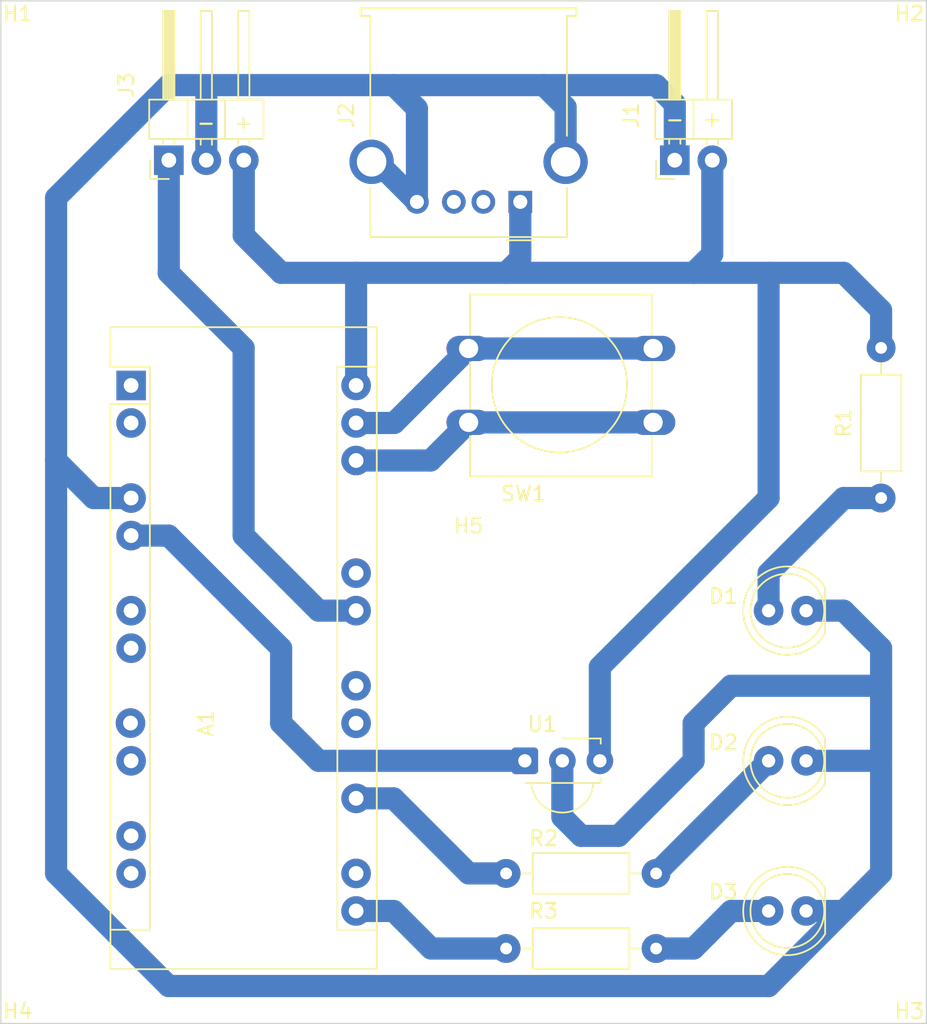
<source format=kicad_pcb>
(kicad_pcb (version 20211014) (generator pcbnew)
  (layers (0 "F.Cu" signal) (31 "B.Cu" signal) (34 "B.Paste" user) (35 "F.Paste" user) (36 "B.SilkS" user "B.Silkscreen") (37 "F.SilkS" user "F.Silkscreen") (38 "B.Mask" user) (39 "F.Mask" user) (44 "Edge.Cuts" user))
  (net 0 "")
  (net 1 "GND")
  (net 2 "Net-(D1-Pad2)")
  (net 3 "Net-(D2-Pad2)")
  (net 4 "+5V")
  (net 5 "Net-(D3-Pad2)")
  (net 8 "Net-(A1-Pad5)")
  (net 13 "Net-(A1-Pad16)")
  (net 18 "Net-(A1-Pad19)")
  (net 22 "Net-(A1-Pad28)")
  (net 23 "Net-(A1-Pad29)")
  (net 24 "Net-(A1-Pad24)")
  (footprint "MountingHole:MountingHole_2.1mm" (layer "F.Cu") (at 179.08 69.16)
    (fp_text reference "H2" (at 2.64 -2.88) (layer "F.SilkS"))
    (fp_text value "H2")
    (pad "" np_thru_hole circle (at 0 0) (size 2.1 2.1) (drill 2.1) (layers *.Cu *.Mask))
  )
  (footprint "Connector_PinHeader_2.54mm:PinHeader_1x03_P2.54mm_Horizontal" (layer "F.Cu") (at 131.555 76.2 90)
    (fp_text reference "J3" (at 5.08 -2.875 90) (layer "F.SilkS"))
    (fp_text value "RELAY")
    (fp_line (start 1.11 0.38) (end 1.44 0.38) (layer "F.SilkS") (width 0.12))
    (fp_line (start 10.1 2.16) (end 10.1 2.92) (layer "F.SilkS") (width 0.12))
    (fp_line (start 10.1 0.38) (end 4.1 0.38) (layer "F.SilkS") (width 0.12))
    (fp_line (start 10.1 2.92) (end 4.1 2.92) (layer "F.SilkS") (width 0.12))
    (fp_line (start 1.44 1.27) (end 4.1 1.27) (layer "F.SilkS") (width 0.12))
    (fp_line (start 4.1 -1.33) (end 1.44 -1.33) (layer "F.SilkS") (width 0.12))
    (fp_line (start 1.042929 2.16) (end 1.44 2.16) (layer "F.SilkS") (width 0.12))
    (fp_line (start 1.042929 5.46) (end 1.44 5.46) (layer "F.SilkS") (width 0.12))
    (fp_line (start 1.042929 2.92) (end 1.44 2.92) (layer "F.SilkS") (width 0.12))
    (fp_line (start 1.44 6.41) (end 4.1 6.41) (layer "F.SilkS") (width 0.12))
    (fp_line (start 10.1 -0.38) (end 10.1 0.38) (layer "F.SilkS") (width 0.12))
    (fp_line (start 4.1 6.41) (end 4.1 -1.33) (layer "F.SilkS") (width 0.12))
    (fp_line (start 4.1 -0.32) (end 10.1 -0.32) (layer "F.SilkS") (width 0.12))
    (fp_line (start 4.1 -0.08) (end 10.1 -0.08) (layer "F.SilkS") (width 0.12))
    (fp_line (start -1.27 -1.27) (end 0 -1.27) (layer "F.SilkS") (width 0.12))
    (fp_line (start 4.1 2.16) (end 10.1 2.16) (layer "F.SilkS") (width 0.12))
    (fp_line (start 10.1 5.46) (end 4.1 5.46) (layer "F.SilkS") (width 0.12))
    (fp_line (start 4.1 -0.2) (end 10.1 -0.2) (layer "F.SilkS") (width 0.12))
    (fp_line (start 1.11 -0.38) (end 1.44 -0.38) (layer "F.SilkS") (width 0.12))
    (fp_line (start 4.1 -0.38) (end 10.1 -0.38) (layer "F.SilkS") (width 0.12))
    (fp_line (start 4.1 0.28) (end 10.1 0.28) (layer "F.SilkS") (width 0.12))
    (fp_line (start 1.44 3.81) (end 4.1 3.81) (layer "F.SilkS") (width 0.12))
    (fp_line (start 4.1 4.7) (end 10.1 4.7) (layer "F.SilkS") (width 0.12))
    (fp_line (start 10.1 4.7) (end 10.1 5.46) (layer "F.SilkS") (width 0.12))
    (fp_line (start 1.44 -1.33) (end 1.44 6.41) (layer "F.SilkS") (width 0.12))
    (fp_line (start -1.27 0) (end -1.27 -1.27) (layer "F.SilkS") (width 0.12))
    (fp_line (start 4.1 0.04) (end 10.1 0.04) (layer "F.SilkS") (width 0.12))
    (fp_line (start 4.1 0.16) (end 10.1 0.16) (layer "F.SilkS") (width 0.12))
    (fp_line (start 1.042929 4.7) (end 1.44 4.7) (layer "F.SilkS") (width 0.12))
    (pad "1" thru_hole rect (at 0 0 90) (size 2 2) (drill 1) (layers *.Cu *.Mask) (net 24 "Net-(A1-Pad24)"))
    (pad "2" thru_hole circle (at 0 2.54 90) (size 2 2) (drill 1) (layers *.Cu *.Mask) (net 1 "GND"))
    (pad "3" thru_hole circle (at 0 5.08 90) (size 2 2) (drill 1) (layers *.Cu *.Mask) (net 4 "+5V"))
  )
  (footprint "OptoDevice:Vishay_MINICAST-3Pin" (layer "F.Cu") (at 155.67 116.84)
    (fp_text reference "U1" (at 1.18 -2.48 180) (layer "F.SilkS"))
    (fp_text value "VS1338B")
    (fp_line (start 5.14 -1.51) (end 2.54 -1.51) (layer "F.SilkS") (width 0.12))
    (fp_line (start 5.14 1.5) (end 0.05 1.5) (layer "F.SilkS") (width 0.12))
    (fp_line (start 5.14 1.16) (end 5.14 1.5) (layer "F.SilkS") (width 0.12))
    (fp_line (start 5.14 -1.16) (end 5.14 -1.51) (layer "F.SilkS") (width 0.12))
    (fp_arc (start 4.64 1.5) (mid 2.540869 3.502378) (end 0.440083 1.501736) (layer "F.SilkS") (width 0.12))
    (pad "1" thru_hole roundrect (at 0 0) (size 1.8 1.8) (drill 0.9) (layers *.Cu *.Mask) (roundrect_rratio 0.139) (net 8 "Net-(A1-Pad5)"))
    (pad "2" thru_hole circle (at 2.54 0) (size 1.8 1.8) (drill 0.9) (layers *.Cu *.Mask) (net 1 "GND"))
    (pad "3" thru_hole circle (at 5.08 0) (size 1.8 1.8) (drill 0.9) (layers *.Cu *.Mask) (net 4 "+5V"))
  )
  (footprint "Resistor_THT:R_Axial_DIN0207_L6.3mm_D2.5mm_P10.16mm_Horizontal" (layer "F.Cu") (at 154.4 129.54)
    (fp_text reference "R3" (at 2.54 -2.54) (layer "F.SilkS"))
    (fp_text value "470")
    (fp_line (start 1.81 -1.37) (end 1.81 1.37) (layer "F.SilkS") (width 0.12))
    (fp_line (start 1.04 0) (end 1.81 0) (layer "F.SilkS") (width 0.12))
    (fp_line (start 8.35 -1.37) (end 1.81 -1.37) (layer "F.SilkS") (width 0.12))
    (fp_line (start 8.35 1.37) (end 8.35 -1.37) (layer "F.SilkS") (width 0.12))
    (fp_line (start 1.81 1.37) (end 8.35 1.37) (layer "F.SilkS") (width 0.12))
    (fp_line (start 9.12 0) (end 8.35 0) (layer "F.SilkS") (width 0.12))
    (pad "1" thru_hole circle (at 0 0) (size 1.95 1.95) (drill 0.8) (layers *.Cu *.Mask) (net 13 "Net-(A1-Pad16)"))
    (pad "2" thru_hole circle (at 10.16 0) (size 1.95 1.95) (drill 0.8) (layers *.Cu *.Mask) (net 5 "Net-(D3-Pad2)"))
  )
  (footprint "LED_THT:LED_D5.0mm" (layer "F.Cu") (at 174.72 116.84 180)
    (fp_text reference "D2" (at 5.6 1.24) (layer "F.SilkS"))
    (fp_text value "LED")
    (fp_line (start -1.29 -1.545) (end -1.29 1.545) (layer "F.SilkS") (width 0.12))
    (fp_arc (start -1.29 -1.54483) (mid 2.072002 -2.880433) (end 4.26 0.000462) (layer "F.SilkS") (width 0.12))
    (fp_arc (start 4.26 -0.000462) (mid 2.072002 2.880433) (end -1.29 1.54483) (layer "F.SilkS") (width 0.12))
    (fp_circle (center 1.27 0) (end 3.77 0) (layer "F.SilkS") (width 0.12) (fill none))
    (pad "1" thru_hole circle (at 0 0 180) (size 2 2) (drill 0.9) (layers *.Cu *.Mask) (net 1 "GND"))
    (pad "2" thru_hole circle (at 2.54 0 180) (size 2 2) (drill 0.9) (layers *.Cu *.Mask) (net 3 "Net-(D2-Pad2)"))
  )
  (footprint "Connector_PinHeader_2.54mm:PinHeader_1x02_P2.54mm_Horizontal" (layer "F.Cu") (at 165.825 76.2 90)
    (fp_text reference "J1" (at 3.04 -2.945 90) (layer "F.SilkS"))
    (fp_text value "POWER PINS")
    (fp_line (start 4.1 2.16) (end 10.1 2.16) (layer "F.SilkS") (width 0.12))
    (fp_line (start 1.042929 2.16) (end 1.44 2.16) (layer "F.SilkS") (width 0.12))
    (fp_line (start 4.1 0.16) (end 10.1 0.16) (layer "F.SilkS") (width 0.12))
    (fp_line (start 10.1 2.92) (end 4.1 2.92) (layer "F.SilkS") (width 0.12))
    (fp_line (start 4.1 -0.38) (end 10.1 -0.38) (layer "F.SilkS") (width 0.12))
    (fp_line (start 10.1 0.38) (end 4.1 0.38) (layer "F.SilkS") (width 0.12))
    (fp_line (start 1.11 -0.38) (end 1.44 -0.38) (layer "F.SilkS") (width 0.12))
    (fp_line (start 1.44 1.27) (end 4.1 1.27) (layer "F.SilkS") (width 0.12))
    (fp_line (start 10.1 -0.38) (end 10.1 0.38) (layer "F.SilkS") (width 0.12))
    (fp_line (start -1.27 0) (end -1.27 -1.27) (layer "F.SilkS") (width 0.12))
    (fp_line (start 1.44 -1.33) (end 1.44 3.87) (layer "F.SilkS") (width 0.12))
    (fp_line (start 4.1 0.28) (end 10.1 0.28) (layer "F.SilkS") (width 0.12))
    (fp_line (start 4.1 -1.33) (end 1.44 -1.33) (layer "F.SilkS") (width 0.12))
    (fp_line (start 4.1 -0.08) (end 10.1 -0.08) (layer "F.SilkS") (width 0.12))
    (fp_line (start 4.1 3.87) (end 4.1 -1.33) (layer "F.SilkS") (width 0.12))
    (fp_line (start 1.11 0.38) (end 1.44 0.38) (layer "F.SilkS") (width 0.12))
    (fp_line (start 10.1 2.16) (end 10.1 2.92) (layer "F.SilkS") (width 0.12))
    (fp_line (start 1.042929 2.92) (end 1.44 2.92) (layer "F.SilkS") (width 0.12))
    (fp_line (start -1.27 -1.27) (end 0 -1.27) (layer "F.SilkS") (width 0.12))
    (fp_line (start 4.1 0.04) (end 10.1 0.04) (layer "F.SilkS") (width 0.12))
    (fp_line (start 1.44 3.87) (end 4.1 3.87) (layer "F.SilkS") (width 0.12))
    (fp_line (start 4.1 -0.2) (end 10.1 -0.2) (layer "F.SilkS") (width 0.12))
    (fp_line (start 4.1 -0.32) (end 10.1 -0.32) (layer "F.SilkS") (width 0.12))
    (pad "1" thru_hole rect (at 0 0 90) (size 2 2) (drill 1) (layers *.Cu *.Mask) (net 1 "GND"))
    (pad "2" thru_hole circle (at 0 2.54 90) (size 2 2) (drill 1) (layers *.Cu *.Mask) (net 4 "+5V"))
  )
  (footprint "LED_THT:LED_D5.0mm" (layer "F.Cu") (at 174.72 106.68 180)
    (fp_text reference "D1" (at 5.6 0.98) (layer "F.SilkS"))
    (fp_text value "LED")
    (fp_line (start -1.29 -1.545) (end -1.29 1.545) (layer "F.SilkS") (width 0.12))
    (fp_arc (start 4.26 -0.000462) (mid 2.072002 2.880433) (end -1.29 1.54483) (layer "F.SilkS") (width 0.12))
    (fp_arc (start -1.29 -1.54483) (mid 2.072002 -2.880433) (end 4.26 0.000462) (layer "F.SilkS") (width 0.12))
    (fp_circle (center 1.27 0) (end 3.77 0) (layer "F.SilkS") (width 0.12) (fill none))
    (pad "1" thru_hole circle (at 0 0 180) (size 2 2) (drill 0.9) (layers *.Cu *.Mask) (net 1 "GND"))
    (pad "2" thru_hole circle (at 2.54 0 180) (size 2 2) (drill 0.9) (layers *.Cu *.Mask) (net 2 "Net-(D1-Pad2)"))
  )
  (footprint "Connector_USB:USB_A_Molex_67643_Horizontal" (layer "F.Cu") (at 155.36 79.02 180)
    (fp_text reference "J2" (at 11.78 5.86 90) (layer "F.SilkS"))
    (fp_text value "POWER USB")
    (fp_line (start 10.16 4.47) (end 10.16 12.58) (layer "F.SilkS") (width 0.12))
    (fp_line (start 10.81 13.1) (end 10.81 12.58) (layer "F.SilkS") (width 0.12))
    (fp_line (start -3.81 13.1) (end 10.81 13.1) (layer "F.SilkS") (width 0.12))
    (fp_line (start -3.16 -2.38) (end -3.16 0.95) (layer "F.SilkS") (width 0.12))
    (fp_line (start -3.81 12.58) (end -3.81 13.1) (layer "F.SilkS") (width 0.12))
    (fp_line (start -3.16 12.58) (end -3.16 4.47) (layer "F.SilkS") (width 0.12))
    (fp_line (start -3.16 12.58) (end -3.81 12.58) (layer "F.SilkS") (width 0.12))
    (fp_line (start -3.16 -2.38) (end 10.16 -2.38) (layer "F.SilkS") (width 0.12))
    (fp_line (start 10.16 -2.38) (end 10.16 0.95) (layer "F.SilkS") (width 0.12))
    (fp_line (start -0.9 -2.6) (end 0.9 -2.6) (layer "F.SilkS") (width 0.12))
    (fp_line (start 10.81 12.58) (end 10.16 12.58) (layer "F.SilkS") (width 0.12))
    (pad "1" thru_hole rect (at 0 0 180) (size 1.6 1.5) (drill 0.95) (layers *.Cu *.Mask) (net 4 "+5V"))
    (pad "2" thru_hole circle (at 2.5 0 180) (size 1.6 1.6) (drill 0.95) (layers *.Cu *.Mask))
    (pad "3" thru_hole circle (at 4.5 0 180) (size 1.6 1.6) (drill 0.95) (layers *.Cu *.Mask))
    (pad "4" thru_hole circle (at 7 0 180) (size 1.6 1.6) (drill 0.95) (layers *.Cu *.Mask) (net 1 "GND"))
    (pad "5" thru_hole circle (at 10.07 2.71 180) (size 3 3) (drill 2) (layers *.Cu *.Mask) (net 1 "GND"))
    (pad "5" thru_hole circle (at -3.07 2.71 180) (size 3 3) (drill 2) (layers *.Cu *.Mask) (net 1 "GND"))
  )
  (footprint "MountingHole:MountingHole_2.1mm" (layer "F.Cu") (at 179.08 130.9)
    (fp_text reference "H3" (at 2.64 2.88) (layer "F.SilkS"))
    (fp_text value "H3")
    (pad "" np_thru_hole circle (at 0 0) (size 2.1 2.1) (drill 2.1) (layers *.Cu *.Mask))
  )
  (footprint "Module:Arduino_Nano" (layer "F.Cu") (at 129 91.44)
    (fp_text reference "A1" (at 5.07 22.86 270) (layer "F.SilkS"))
    (fp_text value "Arduino Nano v3")
    (fp_line (start -1.4 1.27) (end -1.4 39.5) (layer "F.SilkS") (width 0.12))
    (fp_line (start 16.64 -3.94) (end -1.4 -3.94) (layer "F.SilkS") (width 0.12))
    (fp_line (start 13.97 -1.27) (end 13.97 36.83) (layer "F.SilkS") (width 0.12))
    (fp_line (start -1.4 39.5) (end 16.64 39.5) (layer "F.SilkS") (width 0.12))
    (fp_line (start -1.4 -3.94) (end -1.4 -1.27) (layer "F.SilkS") (width 0.12))
    (fp_line (start 1.27 -1.27) (end -1.4 -1.27) (layer "F.SilkS") (width 0.12))
    (fp_line (start 13.97 -1.27) (end 16.64 -1.27) (layer "F.SilkS") (width 0.12))
    (fp_line (start 1.27 1.27) (end 1.27 36.83) (layer "F.SilkS") (width 0.12))
    (fp_line (start 1.27 1.27) (end 1.27 -1.27) (layer "F.SilkS") (width 0.12))
    (fp_line (start 1.27 1.27) (end -1.4 1.27) (layer "F.SilkS") (width 0.12))
    (fp_line (start 1.27 36.83) (end -1.4 36.83) (layer "F.SilkS") (width 0.12))
    (fp_line (start 16.64 39.5) (end 16.64 -3.94) (layer "F.SilkS") (width 0.12))
    (fp_line (start 13.97 36.83) (end 16.64 36.83) (layer "F.SilkS") (width 0.12))
    (pad "1" thru_hole rect (at 0 0) (size 2 2) (drill 1) (layers *.Cu *.Mask))
    (pad "2" thru_hole circle (at 0 2.54) (size 2 2) (drill 1) (layers *.Cu *.Mask))
    (pad "4" thru_hole circle (at 0 7.62) (size 2 2) (drill 1) (layers *.Cu *.Mask) (net 1 "GND"))
    (pad "5" thru_hole circle (at 0 10.16) (size 2 2) (drill 1) (layers *.Cu *.Mask) (net 8 "Net-(A1-Pad5)"))
    (pad "7" thru_hole circle (at 0 15.24) (size 2 2) (drill 1) (layers *.Cu *.Mask))
    (pad "8" thru_hole circle (at 0 17.78) (size 2 2) (drill 1) (layers *.Cu *.Mask))
    (pad "10" thru_hole circle (at -0.041749 22.846562) (size 2 2) (drill 1) (layers *.Cu *.Mask))
    (pad "11" thru_hole circle (at 0 25.4) (size 2 2) (drill 1) (layers *.Cu *.Mask))
    (pad "13" thru_hole circle (at 0 30.48) (size 2 2) (drill 1) (layers *.Cu *.Mask))
    (pad "14" thru_hole circle (at 0 33.02) (size 2 2) (drill 1) (layers *.Cu *.Mask))
    (pad "16" thru_hole circle (at 15.24 35.56) (size 2 2) (drill 1) (layers *.Cu *.Mask) (net 13 "Net-(A1-Pad16)"))
    (pad "17" thru_hole circle (at 15.24 33.02) (size 2 2) (drill 1) (layers *.Cu *.Mask))
    (pad "19" thru_hole circle (at 15.24 27.94) (size 2 2) (drill 1) (layers *.Cu *.Mask) (net 18 "Net-(A1-Pad19)"))
    (pad "21" thru_hole circle (at 15.24 22.86) (size 2 2) (drill 1) (layers *.Cu *.Mask))
    (pad "22" thru_hole circle (at 15.24 20.32) (size 2 2) (drill 1) (layers *.Cu *.Mask))
    (pad "24" thru_hole circle (at 15.24 15.24) (size 2 2) (drill 1) (layers *.Cu *.Mask) (net 24 "Net-(A1-Pad24)"))
    (pad "25" thru_hole circle (at 15.24 12.7) (size 2 2) (drill 1) (layers *.Cu *.Mask))
    (pad "28" thru_hole circle (at 15.24 5.08) (size 2 2) (drill 1) (layers *.Cu *.Mask) (net 22 "Net-(A1-Pad28)"))
    (pad "29" thru_hole circle (at 15.24 2.54) (size 2 2) (drill 1) (layers *.Cu *.Mask) (net 23 "Net-(A1-Pad29)"))
    (pad "30" thru_hole circle (at 15.24 0) (size 2 2) (drill 1) (layers *.Cu *.Mask) (net 4 "+5V"))
  )
  (footprint "MountingHole:MountingHole_2.1mm" (layer "F.Cu") (at 123.92 130.9)
    (fp_text reference "H4" (at -2.6 2.88) (layer "F.SilkS"))
    (fp_text value "H4")
    (pad "" np_thru_hole circle (at 0 0) (size 2.1 2.1) (drill 2.1) (layers F&B.Cu *.Mask))
  )
  (footprint "Resistor_THT:R_Axial_DIN0207_L6.3mm_D2.5mm_P10.16mm_Horizontal" (layer "F.Cu") (at 179.8 88.9 -90)
    (fp_text reference "R1" (at 5.08 2.54 90) (layer "F.SilkS"))
    (fp_text value "4K7")
    (fp_line (start 1.04 0) (end 1.81 0) (layer "F.SilkS") (width 0.12))
    (fp_line (start 8.35 1.37) (end 8.35 -1.37) (layer "F.SilkS") (width 0.12))
    (fp_line (start 1.81 -1.37) (end 1.81 1.37) (layer "F.SilkS") (width 0.12))
    (fp_line (start 1.81 1.37) (end 8.35 1.37) (layer "F.SilkS") (width 0.12))
    (fp_line (start 8.35 -1.37) (end 1.81 -1.37) (layer "F.SilkS") (width 0.12))
    (fp_line (start 9.12 0) (end 8.35 0) (layer "F.SilkS") (width 0.12))
    (pad "1" thru_hole circle (at 0 0 270) (size 1.95 1.95) (drill 0.8) (layers *.Cu *.Mask) (net 4 "+5V"))
    (pad "2" thru_hole circle (at 10.16 0 270) (size 1.95 1.95) (drill 0.8) (layers *.Cu *.Mask) (net 2 "Net-(D1-Pad2)"))
  )
  (footprint "Button_Switch_THT:SW_PUSH-12mm" (layer "F.Cu") (at 164.36 93.94 180)
    (fp_text reference "SW1" (at 8.78 -4.82) (layer "F.SilkS"))
    (fp_text value "RESET")
    (fp_line (start 12.4 0.93) (end 12.4 4.07) (layer "F.SilkS") (width 0.12))
    (fp_line (start 12.4 8.65) (end 0.1 8.65) (layer "F.SilkS") (width 0.12))
    (fp_line (start 0.1 -3.65) (end 12.4 -3.65) (layer "F.SilkS") (width 0.12))
    (fp_line (start 0.1 4.07) (end 0.1 0.93) (layer "F.SilkS") (width 0.12))
    (fp_line (start 12.4 5.93) (end 12.4 8.65) (layer "F.SilkS") (width 0.12))
    (fp_line (start 12.4 -3.65) (end 12.4 -0.93) (layer "F.SilkS") (width 0.12))
    (fp_line (start 0.1 8.65) (end 0.1 5.93) (layer "F.SilkS") (width 0.12))
    (fp_line (start 0.1 -0.93) (end 0.1 -3.65) (layer "F.SilkS") (width 0.12))
    (fp_circle (center 6.35 2.54) (end 10.16 5.08) (layer "F.SilkS") (width 0.12) (fill none))
    (pad "1" thru_hole oval (at 0 0 180) (size 3 1.7) (drill 1.3) (layers *.Cu *.Mask) (net 22 "Net-(A1-Pad28)"))
    (pad "1" thru_hole oval (at 12.5 0 180) (size 3 1.7) (drill 1.3) (layers *.Cu *.Mask) (net 22 "Net-(A1-Pad28)"))
    (pad "2" thru_hole oval (at 0 5 180) (size 3 1.7) (drill 1.3) (layers *.Cu *.Mask) (net 23 "Net-(A1-Pad29)"))
    (pad "2" thru_hole oval (at 12.5 5 180) (size 3 1.7) (drill 1.3) (layers *.Cu *.Mask) (net 23 "Net-(A1-Pad29)"))
  )
  (footprint "LED_THT:LED_D5.0mm" (layer "F.Cu") (at 174.72 127 180)
    (fp_text reference "D3" (at 5.6 1.3) (layer "F.SilkS"))
    (fp_text value "LED")
    (fp_line (start -1.29 -1.545) (end -1.29 1.545) (layer "F.SilkS") (width 0.12))
    (fp_arc (start -1.29 -1.54483) (mid 2.072002 -2.880433) (end 4.26 0.000462) (layer "F.SilkS") (width 0.12))
    (fp_arc (start 4.26 -0.000462) (mid 2.072002 2.880433) (end -1.29 1.54483) (layer "F.SilkS") (width 0.12))
    (fp_circle (center 1.27 0) (end 3.77 0) (layer "F.SilkS") (width 0.12) (fill none))
    (pad "1" thru_hole circle (at 0 0 180) (size 2 2) (drill 0.9) (layers *.Cu *.Mask) (net 1 "GND"))
    (pad "2" thru_hole circle (at 2.54 0 180) (size 2 2) (drill 0.9) (layers *.Cu *.Mask) (net 5 "Net-(D3-Pad2)"))
  )
  (footprint "Resistor_THT:R_Axial_DIN0207_L6.3mm_D2.5mm_P10.16mm_Horizontal" (layer "F.Cu") (at 154.4 124.46)
    (fp_text reference "R2" (at 2.54 -2.37) (layer "F.SilkS"))
    (fp_text value "4K7")
    (fp_line (start 8.35 -1.37) (end 1.81 -1.37) (layer "F.SilkS") (width 0.12))
    (fp_line (start 1.81 1.37) (end 8.35 1.37) (layer "F.SilkS") (width 0.12))
    (fp_line (start 1.04 0) (end 1.81 0) (layer "F.SilkS") (width 0.12))
    (fp_line (start 9.12 0) (end 8.35 0) (layer "F.SilkS") (width 0.12))
    (fp_line (start 8.35 1.37) (end 8.35 -1.37) (layer "F.SilkS") (width 0.12))
    (fp_line (start 1.81 -1.37) (end 1.81 1.37) (layer "F.SilkS") (width 0.12))
    (pad "1" thru_hole circle (at 0 0) (size 1.95 1.95) (drill 0.8) (layers *.Cu *.Mask) (net 18 "Net-(A1-Pad19)"))
    (pad "2" thru_hole circle (at 10.16 0) (size 1.95 1.95) (drill 0.8) (layers *.Cu *.Mask) (net 3 "Net-(D2-Pad2)"))
  )
  (footprint "MountingHole:MountingHole_2.1mm" (layer "F.Cu") (at 123.92 69.16)
    (fp_text reference "H1" (at -2.6 -2.88) (layer "F.SilkS"))
    (fp_text value "H1")
    (pad "" np_thru_hole circle (at 0 0) (size 2.1 2.1) (drill 2.1) (layers *.Cu *.Mask))
  )
  (footprint "MountingHole:MountingHole_2.1mm" (layer "F.Cu") (at 151.86 104.14)
    (fp_text reference "H5" (at 0 -3.2) (layer "F.SilkS"))
    (fp_text value "MountingHole")
    (pad "" np_thru_hole circle (at 0 0) (size 2.1 2.1) (drill 2.1) (layers *.Cu *.Mask))
  )
  (gr_line (start 182.88 65.41) (end 182.88 134.62) (layer "Edge.Cuts") (width 0.1))
  (gr_line (start 182.88 134.62) (end 120.17 134.62) (layer "Edge.Cuts") (width 0.1))
  (gr_line (start 120.17 134.62) (end 120.17 65.41) (layer "Edge.Cuts") (width 0.1))
  (gr_line (start 120.17 65.41) (end 182.88 65.41) (layer "Edge.Cuts") (width 0.1))
  (gr_text "-" (at 134.08 73.66) (layer "F.SilkS") (effects (font (size 1 1))))
  (gr_text "-" (at 165.83 73.43) (layer "F.SilkS") (effects (font (size 1 1))))
  (gr_text "+" (at 168.37 73.43) (layer "F.SilkS") (effects (font (size 1 1))))
  (gr_text "+" (at 136.62 73.66) (layer "F.SilkS") (effects (font (size 1 1))))
  (segment (start 174.72 127) (end 177.26 127) (width 1.5) (layer "B.Cu") (net 1))
  (segment (start 148.36 72.7) (end 146.78 71.12) (width 1.5) (layer "B.Cu") (net 1))
  (segment (start 123.92 124.46) (end 123.92 78.74) (width 1.5) (layer "B.Cu") (net 1))
  (segment (start 145.29 76.31) (end 145.65 76.31) (width 1) (layer "B.Cu") (net 1))
  (segment (start 172.18 132.08) (end 131.54 132.08) (width 1.5) (layer "B.Cu") (net 1))
  (segment (start 169.64 111.76) (end 167.1 114.3) (width 1.5) (layer "B.Cu") (net 1))
  (segment (start 131.54 132.08) (end 123.92 124.46) (width 1.5) (layer "B.Cu") (net 1))
  (segment (start 134.095 71.135) (end 134.08 71.12) (width 1) (layer "B.Cu") (net 1))
  (segment (start 159.48 121.92) (end 158.21 120.65) (width 1.5) (layer "B.Cu") (net 1))
  (segment (start 129 99.06) (end 126.46 99.06) (width 1.5) (layer "B.Cu") (net 1))
  (segment (start 148.36 79.02) (end 148.36 72.7) (width 1.5) (layer "B.Cu") (net 1))
  (segment (start 145.65 76.31) (end 148.36 79.02) (width 1.5) (layer "B.Cu") (net 1))
  (segment (start 134.095 76.2) (end 134.095 71.135) (width 1.5) (layer "B.Cu") (net 1))
  (segment (start 167.1 114.3) (end 167.1 116.84) (width 1.5) (layer "B.Cu") (net 1))
  (segment (start 164.56 71.12) (end 165.825 72.385) (width 1.5) (layer "B.Cu") (net 1))
  (segment (start 165.825 72.385) (end 165.825 76.2) (width 1.5) (layer "B.Cu") (net 1))
  (segment (start 179.8 124.46) (end 179.8 109.22) (width 1.5) (layer "B.Cu") (net 1))
  (segment (start 162.02 121.92) (end 159.48 121.92) (width 1.5) (layer "B.Cu") (net 1))
  (segment (start 158.43 72.61) (end 158.43 76.31) (width 1.5) (layer "B.Cu") (net 1))
  (segment (start 179.8 111.76) (end 169.64 111.76) (width 1.5) (layer "B.Cu") (net 1))
  (segment (start 164.56 71.12) (end 131.54 71.12) (width 1.5) (layer "B.Cu") (net 1))
  (segment (start 174.72 106.68) (end 177.26 106.68) (width 1.5) (layer "B.Cu") (net 1))
  (segment (start 156.94 71.12) (end 158.43 72.61) (width 1.5) (layer "B.Cu") (net 1))
  (segment (start 174.72 116.84) (end 179.8 116.84) (width 1.5) (layer "B.Cu") (net 1))
  (segment (start 167.1 116.84) (end 162.02 121.92) (width 1.5) (layer "B.Cu") (net 1))
  (segment (start 177.26 106.68) (end 179.8 109.22) (width 1.5) (layer "B.Cu") (net 1))
  (segment (start 172.18 132.08) (end 179.8 124.46) (width 1.5) (layer "B.Cu") (net 1))
  (segment (start 158.21 120.65) (end 158.21 116.84) (width 1.5) (layer "B.Cu") (net 1))
  (segment (start 123.92 78.74) (end 131.54 71.12) (width 1.5) (layer "B.Cu") (net 1))
  (segment (start 126.46 99.06) (end 123.92 96.52) (width 1.5) (layer "B.Cu") (net 1))
  (segment (start 172.18 106.68) (end 172.18 104.14) (width 1.5) (layer "B.Cu") (net 2))
  (segment (start 179.8 99.06) (end 177.26 99.06) (width 1.5) (layer "B.Cu") (net 2))
  (segment (start 172.18 104.14) (end 177.26 99.06) (width 1.5) (layer "B.Cu") (net 2))
  (segment (start 164.56 124.46) (end 172.18 116.84) (width 1.5) (layer "B.Cu") (net 3))
  (segment (start 167.1 83.82) (end 168.365 82.555) (width 1.5) (layer "B.Cu") (net 4))
  (segment (start 179.8 86.36) (end 177.26 83.82) (width 1.5) (layer "B.Cu") (net 4))
  (segment (start 136.635 81.265) (end 136.62 81.28) (width 1) (layer "B.Cu") (net 4))
  (segment (start 136.635 81.265) (end 136.635 76.2) (width 1.5) (layer "B.Cu") (net 4))
  (segment (start 160.75 110.49) (end 160.75 116.84) (width 1.5) (layer "B.Cu") (net 4))
  (segment (start 154.4 83.82) (end 155.36 82.86) (width 1.5) (layer "B.Cu") (net 4))
  (segment (start 139.16 83.82) (end 177.26 83.82) (width 1.5) (layer "B.Cu") (net 4))
  (segment (start 144.24 83.82) (end 144.24 91.44) (width 1.5) (layer "B.Cu") (net 4))
  (segment (start 179.8 86.36) (end 179.8 88.9) (width 1.5) (layer "B.Cu") (net 4))
  (segment (start 155.36 82.86) (end 155.36 79.02) (width 1.5) (layer "B.Cu") (net 4))
  (segment (start 139.16 83.82) (end 136.62 81.28) (width 1.5) (layer "B.Cu") (net 4))
  (segment (start 168.365 82.555) (end 168.365 76.2) (width 1.5) (layer "B.Cu") (net 4))
  (segment (start 172.18 99.06) (end 160.75 110.49) (width 1.5) (layer "B.Cu") (net 4))
  (segment (start 172.18 83.82) (end 172.18 99.06) (width 1.5) (layer "B.Cu") (net 4))
  (segment (start 167.1 129.54) (end 164.56 129.54) (width 1.5) (layer "B.Cu") (net 5))
  (segment (start 172.18 127) (end 169.64 127) (width 1.5) (layer "B.Cu") (net 5))
  (segment (start 169.64 127) (end 167.1 129.54) (width 1.5) (layer "B.Cu") (net 5))
  (segment (start 129 101.6) (end 131.54 101.6) (width 1.5) (layer "B.Cu") (net 8))
  (segment (start 131.54 101.6) (end 139.16 109.22) (width 1.5) (layer "B.Cu") (net 8))
  (segment (start 139.16 114.3) (end 139.16 109.22) (width 1.5) (layer "B.Cu") (net 8))
  (segment (start 141.7 116.84) (end 155.67 116.84) (width 1.5) (layer "B.Cu") (net 8))
  (segment (start 141.7 116.84) (end 139.16 114.3) (width 1.5) (layer "B.Cu") (net 8))
  (segment (start 146.78 127) (end 149.32 129.54) (width 1.5) (layer "B.Cu") (net 13))
  (segment (start 149.32 129.54) (end 154.4 129.54) (width 1.5) (layer "B.Cu") (net 13))
  (segment (start 144.24 127) (end 146.78 127) (width 1.5) (layer "B.Cu") (net 13))
  (segment (start 151.86 124.46) (end 154.4 124.46) (width 1.5) (layer "B.Cu") (net 18))
  (segment (start 144.24 119.38) (end 146.78 119.38) (width 1.5) (layer "B.Cu") (net 18))
  (segment (start 146.78 119.38) (end 151.86 124.46) (width 1.5) (layer "B.Cu") (net 18))
  (segment (start 151.86 93.94) (end 164.36 93.94) (width 1.5) (layer "B.Cu") (net 22))
  (segment (start 144.24 96.52) (end 149.28 96.52) (width 1.5) (layer "B.Cu") (net 22))
  (segment (start 149.28 96.52) (end 151.86 93.94) (width 1.5) (layer "B.Cu") (net 22))
  (segment (start 146.82 93.98) (end 151.86 88.94) (width 1.5) (layer "B.Cu") (net 23))
  (segment (start 151.86 88.94) (end 164.36 88.94) (width 1.5) (layer "B.Cu") (net 23))
  (segment (start 144.24 93.98) (end 146.82 93.98) (width 1.5) (layer "B.Cu") (net 23))
  (segment (start 144.24 106.68) (end 141.7 106.68) (width 1.5) (layer "B.Cu") (net 24))
  (segment (start 131.555 83.805) (end 131.555 76.2) (width 1.5) (layer "B.Cu") (net 24))
  (segment (start 136.62 88.9) (end 136.62 101.6) (width 1.5) (layer "B.Cu") (net 24))
  (segment (start 131.54 83.82) (end 131.555 83.805) (width 1) (layer "B.Cu") (net 24))
  (segment (start 141.7 106.68) (end 136.62 101.6) (width 1.5) (layer "B.Cu") (net 24))
  (segment (start 136.62 88.9) (end 131.54 83.82) (width 1.5) (layer "B.Cu") (net 24))
)
</source>
